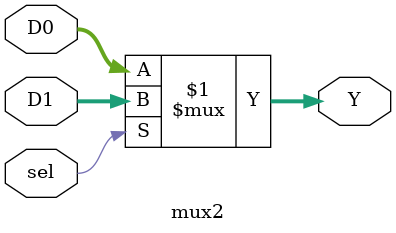
<source format=v>
/********************************************************************************************
 *	Project		:	RISC V Single Cycle Processor
 *
 *	Author		:	Chaitra	
 *
 *	File Name	:	mux2.v
 *  
 *  Description	:	2 input Multiplexer
 ********************************************************************************************/

 module mux2 #(parameter WIDTH = 8)(
    input   [WIDTH-1 : 0]   D0, D1,
    input                   sel,
    output  [WIDTH-1 : 0]   Y
 );

   assign Y   =   sel ?   D1  :   D0;

 endmodule
</source>
